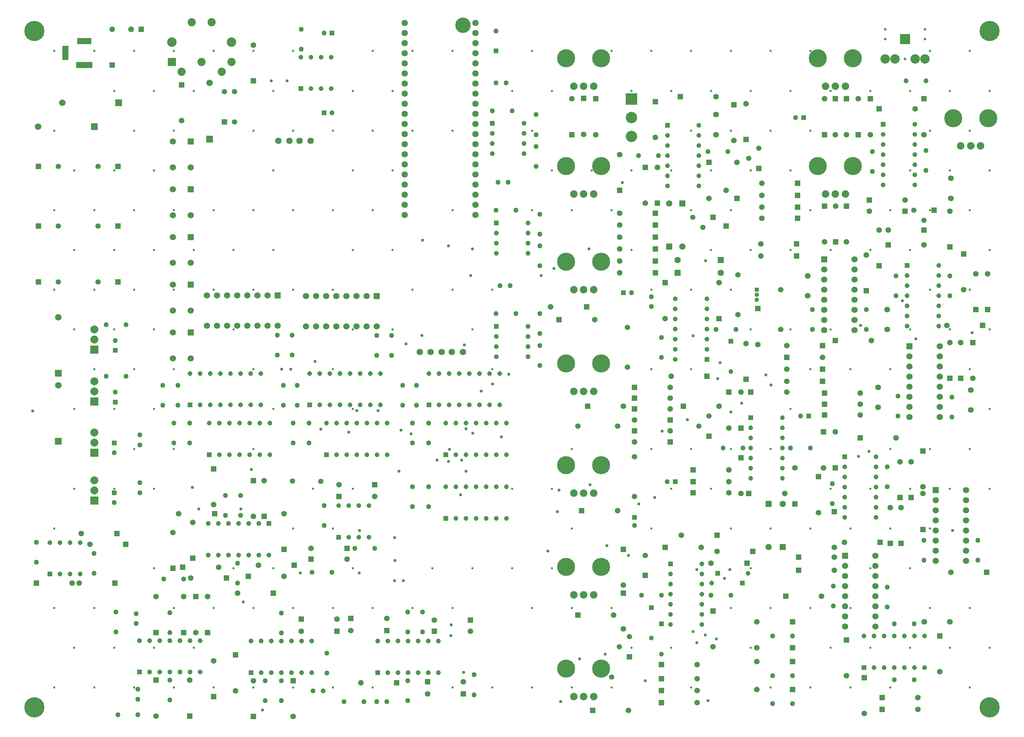
<source format=gbr>
%TF.GenerationSoftware,Altium Limited,Altium Designer,24.5.1 (21)*%
G04 Layer_Color=16711935*
%FSLAX45Y45*%
%MOMM*%
%TF.SameCoordinates,8E29BE87-1CC9-43BB-A625-A17C5A0C5C18*%
%TF.FilePolarity,Negative*%
%TF.FileFunction,Soldermask,Bot*%
%TF.Part,Single*%
G01*
G75*
%TA.AperFunction,ComponentPad*%
%ADD19C,1.35000*%
%ADD22C,1.20000*%
%ADD28R,1.20000X1.20000*%
%ADD29R,1.35000X1.35000*%
%ADD32R,1.60000X1.60000*%
%ADD33C,1.60000*%
%ADD35R,1.20000X1.20000*%
%ADD38R,2.85420X2.85420*%
%ADD39C,2.85420*%
%ADD51C,2.05000*%
%ADD52C,2.39000*%
%ADD53R,2.05000X2.05000*%
%ADD58R,1.60000X1.60000*%
%ADD78C,5.07600*%
%ADD79C,1.57600*%
%ADD80R,1.57600X1.57600*%
%ADD81R,1.65100X1.65100*%
%ADD82C,1.65100*%
%ADD83C,1.42600*%
%ADD84R,1.42600X1.42600*%
%ADD85C,1.62560*%
%ADD86C,1.27600*%
%ADD87C,1.20600*%
%ADD88R,1.20600X1.20600*%
%ADD89C,4.53600*%
%ADD90C,1.87600*%
%ADD91R,1.20600X1.20600*%
%ADD92R,1.42600X1.42600*%
%ADD93R,1.27600X1.27600*%
%ADD94C,1.32600*%
%ADD95R,1.32600X1.32600*%
%ADD96C,1.37600*%
%ADD97C,1.12600*%
%ADD98R,1.12600X1.12600*%
%ADD99C,1.23500*%
%ADD100R,1.23500X1.23500*%
%ADD101C,1.60000*%
%ADD102C,3.87600*%
%ADD103R,1.27600X1.27600*%
%ADD104R,2.01100X2.01100*%
%ADD105C,2.01100*%
%ADD106C,1.35100*%
%ADD107R,1.35100X1.35100*%
%ADD108R,1.57600X3.57600*%
%ADD109R,3.57600X1.57600*%
%ADD110R,4.07600X1.57600*%
%ADD111R,1.65100X1.65100*%
%ADD112R,1.47600X1.47600*%
%ADD113C,1.47600*%
%ADD114R,1.23600X1.23600*%
%ADD115C,1.23600*%
%ADD116C,1.45700*%
%ADD117R,1.32600X1.32600*%
%ADD118R,1.37600X1.37600*%
%ADD119R,1.57600X1.57600*%
%ADD120R,2.62600X2.62600*%
%ADD121C,2.37600*%
%ADD122C,0.67600*%
%TA.AperFunction,ViaPad*%
%ADD123C,0.57600*%
%ADD124C,0.77600*%
%ADD125C,1.34600*%
D19*
X5272999Y15981000D02*
D03*
X5526999D02*
D03*
Y15218999D02*
D03*
D22*
X17518700Y3625002D02*
D03*
X18000000Y8943701D02*
D03*
X18431302Y3875004D02*
D03*
X15999998Y2243699D02*
D03*
X16250002Y1843700D02*
D03*
D28*
X18281299Y3625002D02*
D03*
X17668703Y3875004D02*
D03*
D29*
X5272999Y15218999D02*
D03*
D32*
X19300002Y4531203D02*
D03*
X18950000Y5618800D02*
D03*
X16774998Y13168803D02*
D03*
X16450000Y12081200D02*
D03*
D33*
X19300002Y5618800D02*
D03*
X18950000Y4531203D02*
D03*
X16656203Y11749999D02*
D03*
X17743800Y11425001D02*
D03*
X16774998Y12081200D02*
D03*
X16450000Y13168803D02*
D03*
D35*
X18000000Y9706300D02*
D03*
X15999998Y3006298D02*
D03*
X16250002Y2606299D02*
D03*
D38*
X15499998Y15794899D02*
D03*
D39*
Y15324998D02*
D03*
Y14855099D02*
D03*
D51*
X4449999Y17725999D02*
D03*
X4949998D02*
D03*
X4700001Y16725002D02*
D03*
X5450500D02*
D03*
X4199499Y16475999D02*
D03*
X5200498D02*
D03*
D52*
X3949502Y17226001D02*
D03*
X5450500D02*
D03*
D53*
X3949502Y16725002D02*
D03*
D58*
X17743800Y11749999D02*
D03*
X16656203Y11425001D02*
D03*
D78*
X24500002Y499999D02*
D03*
Y17500002D02*
D03*
X499999Y499999D02*
D03*
Y17500002D02*
D03*
D79*
X7316998Y10075001D02*
D03*
X7570998D02*
D03*
X7824998D02*
D03*
X8078998D02*
D03*
X8332998D02*
D03*
X8586998D02*
D03*
X8840998D02*
D03*
X9094998D02*
D03*
X7316998Y10837001D02*
D03*
X7570998D02*
D03*
X7824998D02*
D03*
X8078998D02*
D03*
X8332998D02*
D03*
X8586998D02*
D03*
X8840998D02*
D03*
X4836003Y10094001D02*
D03*
X5090003D02*
D03*
X5344003D02*
D03*
X5598003D02*
D03*
X5852003D02*
D03*
X6106003D02*
D03*
X6360003D02*
D03*
X6614003D02*
D03*
X4836003Y10856001D02*
D03*
X5090003D02*
D03*
X5344003D02*
D03*
X5598003D02*
D03*
X5852003D02*
D03*
X6106003D02*
D03*
X6360003D02*
D03*
X3974998Y11125002D02*
D03*
Y10475001D02*
D03*
X4425000D02*
D03*
X3974998Y9924999D02*
D03*
Y9275003D02*
D03*
X4425000D02*
D03*
X3974998Y12324999D02*
D03*
Y11674998D02*
D03*
X4425000D02*
D03*
X3974998Y14725000D02*
D03*
Y14074998D02*
D03*
X4425000D02*
D03*
X3974998Y13525002D02*
D03*
Y12875002D02*
D03*
X4425000D02*
D03*
X20343999Y11510000D02*
D03*
Y11256000D02*
D03*
Y11002000D02*
D03*
Y10748000D02*
D03*
Y10494000D02*
D03*
Y10240000D02*
D03*
Y9986000D02*
D03*
X21105998Y11764000D02*
D03*
Y11510000D02*
D03*
Y11256000D02*
D03*
Y11002000D02*
D03*
Y10748000D02*
D03*
Y10494000D02*
D03*
Y10240000D02*
D03*
Y9986000D02*
D03*
X22488002Y9328998D02*
D03*
Y9074998D02*
D03*
Y8820998D02*
D03*
Y8566998D02*
D03*
Y8312998D02*
D03*
Y8058998D02*
D03*
Y7804998D02*
D03*
X23250002Y9582998D02*
D03*
Y9328998D02*
D03*
Y9074998D02*
D03*
Y8820998D02*
D03*
Y8566998D02*
D03*
Y8312998D02*
D03*
Y8058998D02*
D03*
Y7804998D02*
D03*
X20869000Y4060002D02*
D03*
Y3806002D02*
D03*
Y3552002D02*
D03*
Y3298002D02*
D03*
Y3044002D02*
D03*
Y2790002D02*
D03*
Y2536002D02*
D03*
X21631001Y4314002D02*
D03*
Y4060002D02*
D03*
Y3806002D02*
D03*
Y3552002D02*
D03*
Y3298002D02*
D03*
Y3044002D02*
D03*
Y2790002D02*
D03*
Y2536002D02*
D03*
X23144002Y5710001D02*
D03*
Y5456001D02*
D03*
Y5202001D02*
D03*
Y4948001D02*
D03*
Y4694001D02*
D03*
Y4440001D02*
D03*
Y4186001D02*
D03*
X23906001Y5964001D02*
D03*
Y5710001D02*
D03*
Y5456001D02*
D03*
Y5202001D02*
D03*
Y4948001D02*
D03*
Y4694001D02*
D03*
Y4440001D02*
D03*
Y4186001D02*
D03*
D80*
X9094998Y10837001D02*
D03*
X6614003Y10856001D02*
D03*
X4425000Y11125002D02*
D03*
Y9924999D02*
D03*
Y12324999D02*
D03*
Y14725000D02*
D03*
Y13525002D02*
D03*
D81*
X1099998Y8899997D02*
D03*
Y7189998D02*
D03*
X4900000Y14789998D02*
D03*
D82*
X1099998Y10309997D02*
D03*
Y8599998D02*
D03*
X1199998Y15699998D02*
D03*
X590001Y15100000D02*
D03*
X4900000Y16199998D02*
D03*
D83*
X18750002Y12149999D02*
D03*
Y11849999D02*
D03*
X17549998Y2025000D02*
D03*
X17500002Y4125001D02*
D03*
X18250002Y8425002D02*
D03*
X17950002Y7524999D02*
D03*
X19400002Y8699998D02*
D03*
Y9000002D02*
D03*
X20300000Y9300002D02*
D03*
X19400002Y9600001D02*
D03*
X19609999Y6520002D02*
D03*
X18250002Y5875000D02*
D03*
X19349998D02*
D03*
X17700000Y8075000D02*
D03*
X18674998Y9625000D02*
D03*
X18375000Y9650004D02*
D03*
X18150002Y14200002D02*
D03*
X4425000Y3750000D02*
D03*
X6774998Y3800003D02*
D03*
X5999998Y5300000D02*
D03*
X6274999Y6199998D02*
D03*
X5000000Y5599999D02*
D03*
X4125001Y5375001D02*
D03*
X9050000Y5799999D02*
D03*
X8150001Y6100003D02*
D03*
X7449998Y4500001D02*
D03*
X6774998Y5375001D02*
D03*
X5124999Y4025001D02*
D03*
X6125002Y4074998D02*
D03*
X8350001Y4225000D02*
D03*
X3974998Y4900000D02*
D03*
X5599999Y3375000D02*
D03*
X4475002Y5150002D02*
D03*
X7200001Y2420000D02*
D03*
X5550002Y919998D02*
D03*
X11450000Y2420000D02*
D03*
X10550002Y2695001D02*
D03*
X9349999Y2740000D02*
D03*
X8450001Y2429998D02*
D03*
X8099999Y2720000D02*
D03*
X4849998Y3285002D02*
D03*
X3550001D02*
D03*
X4549999Y2384999D02*
D03*
X4249999Y3285002D02*
D03*
X5000000Y1669999D02*
D03*
X8700003Y1119998D02*
D03*
X10375001Y845002D02*
D03*
X11274999Y1145002D02*
D03*
X3550001Y284998D02*
D03*
X4400001Y1185001D02*
D03*
X5999998Y1170000D02*
D03*
X7000001Y270002D02*
D03*
X14000002Y15799998D02*
D03*
X2449998Y17549998D02*
D03*
X4200002Y15250003D02*
D03*
X5999998Y17149998D02*
D03*
X15200000Y14400002D02*
D03*
X16474998Y8550001D02*
D03*
Y8275000D02*
D03*
Y7999999D02*
D03*
X14600002Y14900002D02*
D03*
X15575002Y7724999D02*
D03*
X14300002Y14908540D02*
D03*
X17624998Y15850002D02*
D03*
X16474998Y7450003D02*
D03*
X15575002Y7175002D02*
D03*
X16499997Y8825001D02*
D03*
X16099998Y14825000D02*
D03*
X15200000Y12924998D02*
D03*
X18075002Y14749998D02*
D03*
X18375000Y15675000D02*
D03*
X15200000Y12624999D02*
D03*
Y12324999D02*
D03*
X15850002Y13175000D02*
D03*
X16350000Y10275001D02*
D03*
X16150002Y14074998D02*
D03*
X15200000Y12025000D02*
D03*
X17449998Y13299998D02*
D03*
X17700000Y11174999D02*
D03*
X15200000Y11725001D02*
D03*
X17875002Y13499998D02*
D03*
X15200000Y11425001D02*
D03*
X19400002Y8425002D02*
D03*
X13470001Y10570002D02*
D03*
X1445001Y3625002D02*
D03*
X1620002D02*
D03*
X17950002Y6474998D02*
D03*
X1669999Y4875002D02*
D03*
X1894997Y4600001D02*
D03*
X14580000Y10250002D02*
D03*
X17950002Y6174999D02*
D03*
Y5899998D02*
D03*
X15300000Y2475001D02*
D03*
X17649998Y4425000D02*
D03*
X16750000Y4824999D02*
D03*
X15300000Y3574999D02*
D03*
X17249998Y4525000D02*
D03*
X15300000Y8075000D02*
D03*
X17149998Y1225001D02*
D03*
X15150003Y5450002D02*
D03*
X17149998Y1574998D02*
D03*
Y925002D02*
D03*
Y625003D02*
D03*
X15049998Y2824998D02*
D03*
X15424998Y425003D02*
D03*
X21399998Y11874998D02*
D03*
X21725002Y12500000D02*
D03*
X21525002Y9725000D02*
D03*
X23850002Y10999998D02*
D03*
X20630002Y13099998D02*
D03*
X24150000Y11400003D02*
D03*
X24449998D02*
D03*
X23424998Y10100000D02*
D03*
X24074998Y8774999D02*
D03*
X20350002Y12200001D02*
D03*
Y15799998D02*
D03*
X20899998Y12200001D02*
D03*
X21250002Y7850002D02*
D03*
X23499998Y9675002D02*
D03*
X21250002Y8399998D02*
D03*
X20324998Y6525001D02*
D03*
X23774998Y9675002D02*
D03*
X20899998Y14900002D02*
D03*
X22149998Y7275002D02*
D03*
X20624998Y14900002D02*
D03*
X21250002Y8124998D02*
D03*
X20624998Y7424999D02*
D03*
X22624998Y15550002D02*
D03*
X20200000Y5399999D02*
D03*
X21499998Y14900002D02*
D03*
X18774998Y13674998D02*
D03*
X22850003Y14900002D02*
D03*
X22249998Y6674998D02*
D03*
X22000002Y5524998D02*
D03*
X18774998Y13375000D02*
D03*
X20599998Y4525000D02*
D03*
X22524998Y6674998D02*
D03*
X22274997Y5524998D02*
D03*
X20599998Y4274998D02*
D03*
X18774998Y13075002D02*
D03*
X20850002Y4649998D02*
D03*
X20599998Y3950000D02*
D03*
X18774998Y12800000D02*
D03*
X22850003Y12125000D02*
D03*
X20275002Y3299998D02*
D03*
X22375002Y13250002D02*
D03*
X21199998Y15799998D02*
D03*
X21474998Y12975002D02*
D03*
X21949998Y12500000D02*
D03*
X23499998Y12975002D02*
D03*
X22824998Y6050001D02*
D03*
Y5875000D02*
D03*
X20899998Y1299997D02*
D03*
X18650002Y2650002D02*
D03*
X23525002Y3900002D02*
D03*
X18650002Y2000001D02*
D03*
Y1649999D02*
D03*
X21350000Y350002D02*
D03*
X18650002Y950001D02*
D03*
X22700000Y450002D02*
D03*
Y750001D02*
D03*
X23250002Y1399997D02*
D03*
D84*
X19649998Y12149999D02*
D03*
Y11849999D02*
D03*
X18399998Y4125001D02*
D03*
X20300000Y8699998D02*
D03*
Y9000002D02*
D03*
X19400002Y9300002D02*
D03*
X20300000Y9600001D02*
D03*
X18450002Y5875000D02*
D03*
X16800002Y8075000D02*
D03*
X5324998Y3750000D02*
D03*
X5875000Y3800003D02*
D03*
X5024999Y5375001D02*
D03*
X8150001Y5799999D02*
D03*
X9050000Y6100003D02*
D03*
X8350001Y4500001D02*
D03*
X4225000Y4025001D02*
D03*
X7025000Y4074998D02*
D03*
X7449998Y4225000D02*
D03*
X6500002Y3375000D02*
D03*
X8099999Y2420000D02*
D03*
X10550002D02*
D03*
X11450000Y2695001D02*
D03*
X8450001Y2740000D02*
D03*
X9349999Y2429998D02*
D03*
X7200001Y2720000D02*
D03*
X9600001Y1119998D02*
D03*
X11274999Y845002D02*
D03*
X10375001Y1145002D02*
D03*
X15575002Y8550001D02*
D03*
Y8275000D02*
D03*
Y7999999D02*
D03*
X16474998Y7724999D02*
D03*
X16725002Y15850002D02*
D03*
X15575002Y7450003D02*
D03*
X16474998Y7175002D02*
D03*
X17400002Y8825001D02*
D03*
X16100003Y12924998D02*
D03*
Y12624999D02*
D03*
Y12324999D02*
D03*
Y12025000D02*
D03*
Y11725001D02*
D03*
Y11425001D02*
D03*
X18499998Y8425002D02*
D03*
X14370000Y10570002D02*
D03*
X544998Y3625002D02*
D03*
X2520000D02*
D03*
X17049998Y6474998D02*
D03*
X2569997Y4875002D02*
D03*
X2795001Y4600001D02*
D03*
X13679997Y10250002D02*
D03*
X17049998Y6174999D02*
D03*
Y5899998D02*
D03*
X18550002Y4425000D02*
D03*
X17650003Y4824999D02*
D03*
X16350000Y4525000D02*
D03*
X14400002Y8075000D02*
D03*
X16250002Y1225001D02*
D03*
X14249998Y5450002D02*
D03*
X16250002Y1574998D02*
D03*
Y925002D02*
D03*
Y625003D02*
D03*
X14150000Y2824998D02*
D03*
X14525000Y425003D02*
D03*
X20624998Y9725000D02*
D03*
X24325002Y10100000D02*
D03*
X20349997Y7850002D02*
D03*
Y8399998D02*
D03*
X21250002Y7275002D02*
D03*
X20349997Y8124998D02*
D03*
X21725002Y15550002D02*
D03*
X19675003Y13674998D02*
D03*
Y13375000D02*
D03*
X19700002Y4274998D02*
D03*
X19675003Y13075002D02*
D03*
X21750000Y4649998D02*
D03*
X19700002Y3950000D02*
D03*
X19675003Y12800000D02*
D03*
X21949998Y12125000D02*
D03*
X19374998Y3299998D02*
D03*
X21474998Y13250002D02*
D03*
X22375002Y12975002D02*
D03*
X22850003Y12500000D02*
D03*
X19549998Y2650002D02*
D03*
X24425002Y3900002D02*
D03*
X19549998Y2000001D02*
D03*
Y1649999D02*
D03*
Y950001D02*
D03*
X21800002Y450002D02*
D03*
Y750001D02*
D03*
D85*
X11265002Y9434998D02*
D03*
X10985602Y9434982D02*
D03*
X10731602D02*
D03*
X10452202D02*
D03*
X10185502D02*
D03*
X6626850Y14743288D02*
D03*
X6906250Y14743303D02*
D03*
X7160250D02*
D03*
X7439650D02*
D03*
D86*
X22100002Y1199998D02*
D03*
X22600002D02*
D03*
X2300000Y10124999D02*
D03*
X2799999D02*
D03*
X22900000Y14000002D02*
D03*
Y14500002D02*
D03*
X21550000Y14474998D02*
D03*
Y13974998D02*
D03*
X18000000Y3325002D02*
D03*
X17500002D02*
D03*
X16250002D02*
D03*
X15750002D02*
D03*
X16399998Y6174999D02*
D03*
X20000002Y7025000D02*
D03*
X19500002D02*
D03*
X18299998D02*
D03*
X17800000D02*
D03*
X15999998Y10575000D02*
D03*
Y10825002D02*
D03*
X16250002Y9300002D02*
D03*
Y9800001D02*
D03*
X17624998Y10000000D02*
D03*
X18124998D02*
D03*
X7975001Y3900002D02*
D03*
X7475002D02*
D03*
X5599999Y3625002D02*
D03*
Y4125001D02*
D03*
X5300000Y5324998D02*
D03*
Y5825002D02*
D03*
X5675000Y5324998D02*
D03*
Y5825002D02*
D03*
X7775001Y5075001D02*
D03*
Y5575000D02*
D03*
X9050000Y4500001D02*
D03*
X8550001D02*
D03*
X4249999Y3725001D02*
D03*
X3750000D02*
D03*
X2550003Y2400000D02*
D03*
Y2899999D02*
D03*
X7850002Y1869999D02*
D03*
Y1370000D02*
D03*
X6700002Y2369998D02*
D03*
Y2870002D02*
D03*
X9875002Y2395002D02*
D03*
Y2895001D02*
D03*
X10250002D02*
D03*
Y2395002D02*
D03*
X3900002Y2384999D02*
D03*
Y2884998D02*
D03*
X3050002Y2859999D02*
D03*
Y2610002D02*
D03*
X9875002Y1170000D02*
D03*
Y670001D02*
D03*
X11550000Y1320002D02*
D03*
Y819998D02*
D03*
X9100002Y645003D02*
D03*
X9349999D02*
D03*
X8275000D02*
D03*
X8774999D02*
D03*
X3099999Y710001D02*
D03*
Y959998D02*
D03*
X2600000Y319999D02*
D03*
X3099999D02*
D03*
X3900002Y1185001D02*
D03*
Y685002D02*
D03*
X6299998Y670001D02*
D03*
Y1170000D02*
D03*
X6700002D02*
D03*
Y670001D02*
D03*
X7750002Y919998D02*
D03*
X7500000D02*
D03*
X10000000Y6050001D02*
D03*
Y5550002D02*
D03*
X10400000D02*
D03*
Y6050001D02*
D03*
X12100001Y17500002D02*
D03*
X10100000Y8099999D02*
D03*
Y8599998D02*
D03*
X9749998Y8099999D02*
D03*
Y8599998D02*
D03*
X3725001Y8099999D02*
D03*
Y8599998D02*
D03*
X4100002D02*
D03*
Y8099999D02*
D03*
X2500000Y6900001D02*
D03*
X2799999Y8825001D02*
D03*
X2300000D02*
D03*
X2524999Y8425002D02*
D03*
Y9725000D02*
D03*
X3150001Y7100001D02*
D03*
Y7349998D02*
D03*
Y5899998D02*
D03*
Y6150000D02*
D03*
X2500000Y5650001D02*
D03*
X7975001Y15450002D02*
D03*
X7775001Y17449998D02*
D03*
X7200001Y17049998D02*
D03*
Y17549998D02*
D03*
X4000002Y7149998D02*
D03*
Y7649997D02*
D03*
X9100002Y9349999D02*
D03*
Y9849998D02*
D03*
X9475003D02*
D03*
Y9349999D02*
D03*
X6749999Y8099999D02*
D03*
Y8599998D02*
D03*
X12349998Y16199998D02*
D03*
X12100001D02*
D03*
Y10400000D02*
D03*
X12600000D02*
D03*
X12100001Y12999998D02*
D03*
X12600000D02*
D03*
X12400001Y13699998D02*
D03*
X12149999D02*
D03*
X13099998Y15400000D02*
D03*
Y14900002D02*
D03*
Y14600002D02*
D03*
Y14100002D02*
D03*
X13199998Y12900000D02*
D03*
Y12400001D02*
D03*
Y12100001D02*
D03*
Y11600002D02*
D03*
Y10400000D02*
D03*
Y9900001D02*
D03*
Y9600001D02*
D03*
Y9100002D02*
D03*
X12000001Y15499998D02*
D03*
X12500000D02*
D03*
X7100001Y8099999D02*
D03*
Y8599998D02*
D03*
X12449998Y11099998D02*
D03*
X12200001D02*
D03*
X6975003Y9862500D02*
D03*
Y9362501D02*
D03*
X6598427D02*
D03*
Y9862500D02*
D03*
X15575002Y5075001D02*
D03*
X17424998Y14475003D02*
D03*
X17924998D02*
D03*
X15675000Y14375003D02*
D03*
X16174998D02*
D03*
X15499998Y10925002D02*
D03*
X544998Y4149999D02*
D03*
Y4649998D02*
D03*
X1994997Y4375003D02*
D03*
Y3874999D02*
D03*
X21399998Y10000000D02*
D03*
Y10499999D02*
D03*
X23550002Y7800000D02*
D03*
Y8299999D02*
D03*
X23499998Y10850001D02*
D03*
Y11350000D02*
D03*
X22149998D02*
D03*
Y10850001D02*
D03*
X20049998Y10000000D02*
D03*
Y10499999D02*
D03*
X22200002Y7824998D02*
D03*
Y8325002D02*
D03*
X19749998Y7824998D02*
D03*
X21925002Y6050001D02*
D03*
Y6550000D02*
D03*
X20550002Y5624998D02*
D03*
Y6125002D02*
D03*
X21925002Y3525002D02*
D03*
Y3024998D02*
D03*
X19625000Y15324998D02*
D03*
X20575002Y3550001D02*
D03*
Y3050002D02*
D03*
X24200002Y4200002D02*
D03*
Y4700001D02*
D03*
X22850003Y4200002D02*
D03*
Y4700001D02*
D03*
X19050000Y2300000D02*
D03*
X19549998D02*
D03*
X22100002Y2600000D02*
D03*
X22600002D02*
D03*
X19050000Y1300002D02*
D03*
X19549998D02*
D03*
X19050000Y599999D02*
D03*
X19549998D02*
D03*
X22400002Y16250002D02*
D03*
X22900000D02*
D03*
X4400001Y7649997D02*
D03*
Y7149998D02*
D03*
X7000001Y7649997D02*
D03*
Y7149998D02*
D03*
X7400000Y7649997D02*
D03*
Y7149998D02*
D03*
X10000000D02*
D03*
Y7649997D02*
D03*
X10400000D02*
D03*
Y7149998D02*
D03*
D87*
X4888001Y7647000D02*
D03*
X5142001D02*
D03*
X5396001D02*
D03*
X5650001D02*
D03*
X5904001D02*
D03*
X6158001D02*
D03*
X6412001D02*
D03*
Y6853001D02*
D03*
X6158001D02*
D03*
X5904001D02*
D03*
X5650001D02*
D03*
X5396001D02*
D03*
X5142001D02*
D03*
X22622002Y15162003D02*
D03*
Y14908002D02*
D03*
Y14654002D02*
D03*
Y14400002D02*
D03*
Y14146002D02*
D03*
Y13892001D02*
D03*
Y13638002D02*
D03*
X21828003D02*
D03*
Y13892001D02*
D03*
Y14146002D02*
D03*
Y14400002D02*
D03*
Y14654002D02*
D03*
Y14908002D02*
D03*
X17272000Y4112001D02*
D03*
Y3858001D02*
D03*
Y3604001D02*
D03*
Y3350001D02*
D03*
Y3096001D02*
D03*
Y2842001D02*
D03*
Y2588001D02*
D03*
X16478001D02*
D03*
Y2842001D02*
D03*
Y3096001D02*
D03*
Y3350001D02*
D03*
Y3604001D02*
D03*
Y3858001D02*
D03*
X19293997Y7787000D02*
D03*
Y7533000D02*
D03*
Y7279000D02*
D03*
Y7025000D02*
D03*
Y6771000D02*
D03*
Y6517000D02*
D03*
Y6263000D02*
D03*
X18499998D02*
D03*
Y6517000D02*
D03*
Y6771000D02*
D03*
Y7025000D02*
D03*
Y7279000D02*
D03*
Y7533000D02*
D03*
X16603000Y9246001D02*
D03*
Y9500001D02*
D03*
Y9754001D02*
D03*
Y10008001D02*
D03*
Y10262001D02*
D03*
Y10516001D02*
D03*
Y10770001D02*
D03*
X17396999D02*
D03*
Y10516001D02*
D03*
Y10262001D02*
D03*
Y10008001D02*
D03*
Y9754001D02*
D03*
Y9500001D02*
D03*
X8144002Y5572003D02*
D03*
X8398002D02*
D03*
X8652002D02*
D03*
X8906002D02*
D03*
Y4777999D02*
D03*
X8652002D02*
D03*
X8398002D02*
D03*
X10838002Y6046998D02*
D03*
X11092002D02*
D03*
X11346002D02*
D03*
X11600002D02*
D03*
X11854002D02*
D03*
X12108002D02*
D03*
X12362002D02*
D03*
Y5252999D02*
D03*
X12108002D02*
D03*
X11854002D02*
D03*
X11600002D02*
D03*
X11346002D02*
D03*
X11092002D02*
D03*
X10664998Y8103001D02*
D03*
X10918998D02*
D03*
X11172998D02*
D03*
X11426998D02*
D03*
X11680998D02*
D03*
X11934998D02*
D03*
X12188998D02*
D03*
Y8897000D02*
D03*
X11934998D02*
D03*
X11680998D02*
D03*
X11426998D02*
D03*
X11172998D02*
D03*
X10918998D02*
D03*
X10664998D02*
D03*
X10410998D02*
D03*
X4665000Y8103001D02*
D03*
X4919000D02*
D03*
X5173000D02*
D03*
X5427000D02*
D03*
X5681000D02*
D03*
X5935000D02*
D03*
X6189000D02*
D03*
Y8897000D02*
D03*
X5935000D02*
D03*
X5681000D02*
D03*
X5427000D02*
D03*
X5173000D02*
D03*
X4919000D02*
D03*
X4665000D02*
D03*
X4411000D02*
D03*
X7448001Y16052998D02*
D03*
X7702001D02*
D03*
X7956001D02*
D03*
Y16847002D02*
D03*
X7702001D02*
D03*
X7448001D02*
D03*
X7194001D02*
D03*
X7664999Y8103001D02*
D03*
X7918999D02*
D03*
X8172999D02*
D03*
X8426999D02*
D03*
X8680999D02*
D03*
X8934999D02*
D03*
X9188999D02*
D03*
Y8897000D02*
D03*
X8934999D02*
D03*
X8680999D02*
D03*
X8426999D02*
D03*
X8172999D02*
D03*
X7918999D02*
D03*
X7664999D02*
D03*
X7410999D02*
D03*
X16403000Y14883003D02*
D03*
Y14629002D02*
D03*
Y14375003D02*
D03*
Y14121004D02*
D03*
Y13867003D02*
D03*
Y13613004D02*
D03*
X17196999D02*
D03*
Y13867003D02*
D03*
Y14121004D02*
D03*
Y14375003D02*
D03*
Y14629002D02*
D03*
Y14883003D02*
D03*
Y15137003D02*
D03*
X1143000Y3853002D02*
D03*
X1397000D02*
D03*
X1651000D02*
D03*
Y4647001D02*
D03*
X1397000D02*
D03*
X1143000D02*
D03*
X889000D02*
D03*
X22428001Y11358001D02*
D03*
Y11104001D02*
D03*
Y10850001D02*
D03*
Y10596001D02*
D03*
Y10342001D02*
D03*
Y10088001D02*
D03*
X23222002D02*
D03*
Y10342001D02*
D03*
Y10596001D02*
D03*
Y10850001D02*
D03*
Y11104001D02*
D03*
Y11358001D02*
D03*
Y11612001D02*
D03*
X20856001Y6545001D02*
D03*
Y6291001D02*
D03*
Y6037001D02*
D03*
Y5783001D02*
D03*
Y5529001D02*
D03*
Y5275001D02*
D03*
X21650000D02*
D03*
Y5529001D02*
D03*
Y5783001D02*
D03*
Y6037001D02*
D03*
Y6291001D02*
D03*
Y6545001D02*
D03*
Y6799001D02*
D03*
X21592001Y1502999D02*
D03*
X21846002D02*
D03*
X22100002D02*
D03*
X22354002D02*
D03*
X22608002D02*
D03*
X22862003D02*
D03*
Y2296998D02*
D03*
X22608002D02*
D03*
X22354002D02*
D03*
X22100002D02*
D03*
X21846002D02*
D03*
X21592001D02*
D03*
X21338002D02*
D03*
X8091998Y6853001D02*
D03*
X8345998D02*
D03*
X8599998D02*
D03*
X8853998D02*
D03*
X9107998D02*
D03*
X9361998D02*
D03*
Y7647000D02*
D03*
X9107998D02*
D03*
X8853998D02*
D03*
X8599998D02*
D03*
X8345998D02*
D03*
X8091998D02*
D03*
X7837998D02*
D03*
X11092002Y6853001D02*
D03*
X11346002D02*
D03*
X11600002D02*
D03*
X11854002D02*
D03*
X12108002D02*
D03*
X12362002D02*
D03*
Y7647000D02*
D03*
X12108002D02*
D03*
X11854002D02*
D03*
X11600002D02*
D03*
X11346002D02*
D03*
X11092002D02*
D03*
X10838002D02*
D03*
D88*
X4888001Y6853001D02*
D03*
X8144002Y4777999D02*
D03*
X10838002Y5252999D02*
D03*
X10410998Y8103001D02*
D03*
X4411000D02*
D03*
X7194001Y16052998D02*
D03*
X7410999Y8103001D02*
D03*
X889000Y3853002D02*
D03*
X21338002Y1502999D02*
D03*
X7837998Y6853001D02*
D03*
X10838002D02*
D03*
D89*
X21065002Y16814998D02*
D03*
X20184999D02*
D03*
X13859998Y14108333D02*
D03*
X14740001D02*
D03*
X13859998Y16814998D02*
D03*
X14740001D02*
D03*
X13859998Y11701668D02*
D03*
X14740001D02*
D03*
X13859998Y9145001D02*
D03*
X14740001D02*
D03*
X13859998Y6588333D02*
D03*
X14740001D02*
D03*
X13859998Y4031666D02*
D03*
X14740001D02*
D03*
X13859998Y1474998D02*
D03*
X14740001D02*
D03*
X20184999Y14108333D02*
D03*
X21065002D02*
D03*
X23585002Y15315001D02*
D03*
X24465001D02*
D03*
D90*
X20875000Y16114999D02*
D03*
X20624998D02*
D03*
X20375002D02*
D03*
X14050000Y13408334D02*
D03*
X14300002D02*
D03*
X14549998D02*
D03*
X14050000Y16114999D02*
D03*
X14300002D02*
D03*
X14549998D02*
D03*
X14050000Y11001665D02*
D03*
X14300002D02*
D03*
X14549998D02*
D03*
X14050000Y8445002D02*
D03*
X14300002D02*
D03*
X14549998D02*
D03*
X14050000Y5888335D02*
D03*
X14300002D02*
D03*
X14549998D02*
D03*
X14050000Y3331667D02*
D03*
X14300002D02*
D03*
X14549998D02*
D03*
X14050000Y775000D02*
D03*
X14300002D02*
D03*
X14549998D02*
D03*
X20375002Y13408334D02*
D03*
X20624998D02*
D03*
X20875000D02*
D03*
X23774998Y14614996D02*
D03*
X24025002D02*
D03*
X24274998D02*
D03*
D91*
X21828003Y15162003D02*
D03*
X16478001Y4112001D02*
D03*
X18499998Y7787000D02*
D03*
X17396999Y9246001D02*
D03*
X16403000Y15137003D02*
D03*
X22428001Y11612001D02*
D03*
X20856001Y6799001D02*
D03*
D92*
X17549998Y2925003D02*
D03*
X18250002Y7524999D02*
D03*
X17950002Y8425002D02*
D03*
X19609999Y5619999D02*
D03*
X18250002Y6775003D02*
D03*
X18674998Y10525003D02*
D03*
X18375000Y8750000D02*
D03*
X18150002Y13299998D02*
D03*
X5999998Y6199998D02*
D03*
X6274999Y5300000D02*
D03*
X5000000Y6500002D02*
D03*
X6774998Y4475002D02*
D03*
X3974998Y4000002D02*
D03*
X4475002Y4249999D02*
D03*
X5550002Y1820001D02*
D03*
X4849998Y2384999D02*
D03*
X3550001D02*
D03*
X4549999Y3285002D02*
D03*
X4249999Y2384999D02*
D03*
X5000000Y770001D02*
D03*
X3550001Y1185001D02*
D03*
X4400001Y284998D02*
D03*
X5999998Y270002D02*
D03*
X7000001Y1170000D02*
D03*
X14000002Y14900002D02*
D03*
X2449998Y16650000D02*
D03*
X4200002Y16150002D02*
D03*
X5999998Y16250002D02*
D03*
X15200000Y13499998D02*
D03*
X14600002Y15799998D02*
D03*
X14300002Y15808543D02*
D03*
X16099998Y15725003D02*
D03*
X18075002Y15650002D02*
D03*
X18375000Y14775002D02*
D03*
X15850002Y14074998D02*
D03*
X16350000Y11174999D02*
D03*
X16150002Y13175000D02*
D03*
X17449998Y14200002D02*
D03*
X17700000Y10275001D02*
D03*
X17875002Y12600000D02*
D03*
X15300000Y3375000D02*
D03*
Y4475002D02*
D03*
X21399998Y10975000D02*
D03*
X21725002Y11600002D02*
D03*
X23850002Y11900002D02*
D03*
X20630002Y12200001D02*
D03*
X24150000Y10499999D02*
D03*
X24449998D02*
D03*
X24074998Y9675002D02*
D03*
X20350002Y13099998D02*
D03*
Y14900002D02*
D03*
X20899998Y13099998D02*
D03*
X23499998Y8774999D02*
D03*
X20324998Y7424999D02*
D03*
X23774998Y8774999D02*
D03*
X20899998Y15799998D02*
D03*
X20624998D02*
D03*
Y6525001D02*
D03*
X20200000Y6300003D02*
D03*
X21499998Y15799998D02*
D03*
X22850003D02*
D03*
X22249998Y5775000D02*
D03*
X22000002Y4625000D02*
D03*
X20599998Y5424998D02*
D03*
X22524998Y5775000D02*
D03*
X22274997Y4625000D02*
D03*
X21199998Y14900002D02*
D03*
X23499998Y12075003D02*
D03*
X22824998Y6949999D02*
D03*
Y4975001D02*
D03*
X20899998Y2200001D02*
D03*
X21350000Y1250000D02*
D03*
X23250002Y2300000D02*
D03*
D93*
X16600002Y6174999D02*
D03*
X7775001Y15450002D02*
D03*
X7975001Y17449998D02*
D03*
X15300000Y10925002D02*
D03*
X19949998Y7824998D02*
D03*
X19825000Y15324998D02*
D03*
D94*
X17446498Y7829001D02*
D03*
X17192497Y7575001D02*
D03*
X18696498Y14554002D02*
D03*
X18442497Y14300002D02*
D03*
X17295998Y12570998D02*
D03*
X17041998Y12824998D02*
D03*
X15192502Y2025000D02*
D03*
X15446503Y2279000D02*
D03*
X22850003Y12742499D02*
D03*
X22596004Y12996500D02*
D03*
D95*
X17446498Y7321001D02*
D03*
X18696498Y14046002D02*
D03*
X15446503Y1771000D02*
D03*
D96*
X18175000Y11374999D02*
D03*
Y10375001D02*
D03*
X19250000Y10999998D02*
D03*
Y10000000D02*
D03*
X15400000Y10050003D02*
D03*
Y9050000D02*
D03*
X14150000Y7575001D02*
D03*
X15149998D02*
D03*
X15575002Y5799999D02*
D03*
Y6800002D02*
D03*
X15850002Y4325000D02*
D03*
D97*
X18650002Y10748000D02*
D03*
Y10875000D02*
D03*
D98*
Y11002000D02*
D03*
D99*
X6386998Y4328099D02*
D03*
X6132998D02*
D03*
X5878998D02*
D03*
X5624998D02*
D03*
X5370998D02*
D03*
X5116998D02*
D03*
X4862998D02*
D03*
Y5121900D02*
D03*
X5116998D02*
D03*
X5370998D02*
D03*
X5624998D02*
D03*
X5878998D02*
D03*
X6132998D02*
D03*
X5938002Y2166899D02*
D03*
X6192002D02*
D03*
X6446002D02*
D03*
X6700002D02*
D03*
X6954002D02*
D03*
X7208002D02*
D03*
X7462002D02*
D03*
Y1373099D02*
D03*
X7208002D02*
D03*
X6954002D02*
D03*
X6700002D02*
D03*
X6446002D02*
D03*
X6192002D02*
D03*
X9121003Y2169998D02*
D03*
X9375003D02*
D03*
X9629003D02*
D03*
X9883003D02*
D03*
X10137003D02*
D03*
X10391003D02*
D03*
X10645003D02*
D03*
Y1376202D02*
D03*
X10391003D02*
D03*
X10137003D02*
D03*
X9883003D02*
D03*
X9629003D02*
D03*
X9375003D02*
D03*
X3138002Y2181901D02*
D03*
X3392002D02*
D03*
X3646002D02*
D03*
X3900002D02*
D03*
X4154002D02*
D03*
X4408002D02*
D03*
X4662002D02*
D03*
Y1388100D02*
D03*
X4408002D02*
D03*
X4154002D02*
D03*
X3900002D02*
D03*
X3646002D02*
D03*
X3392002D02*
D03*
D100*
X6386998Y5121900D02*
D03*
X5938002Y1373099D02*
D03*
X9121003Y1376202D02*
D03*
X3138002Y1388100D02*
D03*
D101*
X11582959Y17703400D02*
D03*
Y17449399D02*
D03*
Y17195399D02*
D03*
Y16941399D02*
D03*
Y16687399D02*
D03*
Y16433398D02*
D03*
Y16179399D02*
D03*
Y15925398D02*
D03*
Y15671399D02*
D03*
Y15417400D02*
D03*
Y15163399D02*
D03*
Y14909399D02*
D03*
Y14655399D02*
D03*
Y14401399D02*
D03*
Y14147398D02*
D03*
Y13893399D02*
D03*
Y13639400D02*
D03*
Y13385399D02*
D03*
Y13131400D02*
D03*
Y12877399D02*
D03*
X9804959D02*
D03*
Y13131400D02*
D03*
Y13385399D02*
D03*
Y13639400D02*
D03*
Y13893399D02*
D03*
Y14147398D02*
D03*
Y14401399D02*
D03*
Y14655399D02*
D03*
Y14909399D02*
D03*
Y15163399D02*
D03*
Y15417400D02*
D03*
Y15671399D02*
D03*
Y15925398D02*
D03*
Y16179399D02*
D03*
Y16433398D02*
D03*
Y16687399D02*
D03*
Y16941399D02*
D03*
Y17195399D02*
D03*
Y17449399D02*
D03*
Y17703400D02*
D03*
D102*
X11265002Y17647519D02*
D03*
D103*
X12100001Y17000002D02*
D03*
X2500000Y7149998D02*
D03*
X2524999Y8175000D02*
D03*
Y9475003D02*
D03*
X2500000Y5899998D02*
D03*
X15575002Y5275001D02*
D03*
D104*
X2000001Y5699999D02*
D03*
Y8191998D02*
D03*
Y6900001D02*
D03*
Y9492000D02*
D03*
D105*
Y5953999D02*
D03*
Y6207999D02*
D03*
Y8445998D02*
D03*
Y8699998D02*
D03*
Y7154001D02*
D03*
Y7408001D02*
D03*
Y9746000D02*
D03*
Y10000000D02*
D03*
D106*
X1099998Y14100002D02*
D03*
X2100001D02*
D03*
X1099998Y12600000D02*
D03*
X2100001D02*
D03*
X1099998Y11199998D02*
D03*
X2100001D02*
D03*
D107*
X599999Y14100002D02*
D03*
X2600000D02*
D03*
X599999Y12600000D02*
D03*
X2600000D02*
D03*
X599999Y11199998D02*
D03*
X2600000D02*
D03*
D108*
X1280003Y16949998D02*
D03*
D109*
X1749999Y17249998D02*
D03*
D110*
Y16650000D02*
D03*
D111*
X2610002Y15699998D02*
D03*
X2000001Y15100000D02*
D03*
D112*
X3177002Y17549998D02*
D03*
D113*
X2922991D02*
D03*
D114*
X12002999Y15181001D02*
D03*
X12102998Y12681001D02*
D03*
Y10081001D02*
D03*
D115*
X12002999Y14927000D02*
D03*
Y14673001D02*
D03*
Y14419000D02*
D03*
X12796998D02*
D03*
Y14673001D02*
D03*
Y14927000D02*
D03*
Y15181001D02*
D03*
X12102998Y12427001D02*
D03*
Y12173001D02*
D03*
Y11919001D02*
D03*
X12897002D02*
D03*
Y12173001D02*
D03*
Y12427001D02*
D03*
Y12681001D02*
D03*
X12102998Y9827001D02*
D03*
Y9573001D02*
D03*
Y9319001D02*
D03*
X12897002D02*
D03*
Y9573001D02*
D03*
Y9827001D02*
D03*
Y10081001D02*
D03*
D116*
X17624998Y14900002D02*
D03*
Y15400000D02*
D03*
X21925002Y10000000D02*
D03*
Y10499999D02*
D03*
X19925000Y11350000D02*
D03*
Y10850001D02*
D03*
X21700002Y8050002D02*
D03*
Y8550001D02*
D03*
X24025002Y7975001D02*
D03*
Y8475000D02*
D03*
X23525002Y13799998D02*
D03*
Y13299998D02*
D03*
X23499998Y2649997D02*
D03*
X22860001D02*
D03*
D117*
X17549998Y12824998D02*
D03*
X23104002Y12996500D02*
D03*
D118*
X15850002Y3825001D02*
D03*
D119*
X20343999Y11764000D02*
D03*
X22488002Y9582998D02*
D03*
X20869000Y4314002D02*
D03*
X23144002Y5964001D02*
D03*
D120*
X22375002Y17300002D02*
D03*
D121*
X21874998Y16800002D02*
D03*
X22875002D02*
D03*
X22125000D02*
D03*
X22624998D02*
D03*
D122*
X21874998Y17549998D02*
D03*
Y17300002D02*
D03*
X22375002Y16800002D02*
D03*
X22875002Y17300002D02*
D03*
Y17549998D02*
D03*
D123*
X24000002Y17000002D02*
D03*
X24500002Y16000002D02*
D03*
X24000002Y15000000D02*
D03*
X24500002Y14000000D02*
D03*
X24000002Y13000000D02*
D03*
X24500002Y12000000D02*
D03*
X24000002Y11000000D02*
D03*
X24500002Y10000000D02*
D03*
X24000002Y9000000D02*
D03*
X24500002Y8000000D02*
D03*
X24000002Y7000000D02*
D03*
X24500002Y6000000D02*
D03*
X24000002Y3000000D02*
D03*
X24500002Y2000000D02*
D03*
X24000002Y1000000D02*
D03*
X23000002Y17000002D02*
D03*
X23500002Y16000002D02*
D03*
X23000002Y15000000D02*
D03*
X23500002Y14000000D02*
D03*
X23000002Y13000000D02*
D03*
Y11000000D02*
D03*
X23500002Y10000000D02*
D03*
X23000002Y7000000D02*
D03*
X23500002Y6000000D02*
D03*
X23000002Y5000000D02*
D03*
Y3000000D02*
D03*
X23500002Y2000000D02*
D03*
X22500002Y16000002D02*
D03*
Y14000000D02*
D03*
X22000002Y13000000D02*
D03*
X22500002Y12000000D02*
D03*
Y10000000D02*
D03*
X22000002Y9000000D02*
D03*
Y7000000D02*
D03*
X22500002Y6000000D02*
D03*
X22000002Y5000000D02*
D03*
X22500002Y4000000D02*
D03*
Y2000000D02*
D03*
X22000002Y1000000D02*
D03*
X21500002Y16000002D02*
D03*
Y12000000D02*
D03*
X21000002Y9000000D02*
D03*
X21500002Y6000000D02*
D03*
X21000002Y5000000D02*
D03*
X21500002Y4000000D02*
D03*
X21000002Y3000000D02*
D03*
X21500002Y2000000D02*
D03*
X21000002Y1000000D02*
D03*
X20000002Y17000002D02*
D03*
X20500002Y16000002D02*
D03*
X20000002Y15000000D02*
D03*
Y13000000D02*
D03*
X20500002Y12000000D02*
D03*
Y10000000D02*
D03*
X20000002Y9000000D02*
D03*
X20500002Y6000000D02*
D03*
X20000002Y5000000D02*
D03*
Y3000000D02*
D03*
X20500002Y2000000D02*
D03*
X20000002Y1000000D02*
D03*
X19000002Y17000002D02*
D03*
X19500002Y16000002D02*
D03*
X19000002Y15000000D02*
D03*
X19500002Y14000000D02*
D03*
Y12000000D02*
D03*
Y10000000D02*
D03*
Y8000000D02*
D03*
X19000002Y7000000D02*
D03*
Y5000000D02*
D03*
Y3000000D02*
D03*
Y1000000D02*
D03*
X18000002Y17000002D02*
D03*
X18500002Y16000002D02*
D03*
X18000002Y15000000D02*
D03*
X18500002Y14000000D02*
D03*
X18000002Y13000000D02*
D03*
X18500002Y12000000D02*
D03*
X18000002Y11000000D02*
D03*
X18500002Y10000000D02*
D03*
X18000002Y7000000D02*
D03*
Y5000000D02*
D03*
X18500002Y4000000D02*
D03*
X18000002Y3000000D02*
D03*
X18500002Y2000000D02*
D03*
X17000002Y17000002D02*
D03*
X17500002Y16000002D02*
D03*
X17000002Y15000000D02*
D03*
X17500002Y14000000D02*
D03*
X17000002Y13000000D02*
D03*
X17500002Y12000000D02*
D03*
X17000002Y11000000D02*
D03*
Y9000000D02*
D03*
Y7000000D02*
D03*
X17500002Y6000000D02*
D03*
X17000002Y1000000D02*
D03*
X16000002Y17000002D02*
D03*
X16500002Y16000002D02*
D03*
Y14000000D02*
D03*
X16000002Y11000000D02*
D03*
Y9000000D02*
D03*
Y7000000D02*
D03*
X16500002Y6000000D02*
D03*
X16000002Y5000000D02*
D03*
X16500002Y2000000D02*
D03*
X15000000Y17000002D02*
D03*
X15500000Y16000002D02*
D03*
Y14000000D02*
D03*
X15000000Y13000000D02*
D03*
X15500000Y12000000D02*
D03*
X15000000Y3000000D02*
D03*
X15500000Y2000000D02*
D03*
X15000000Y1000000D02*
D03*
X14500000Y14000000D02*
D03*
X14000000Y13000000D02*
D03*
Y7000000D02*
D03*
Y5000000D02*
D03*
Y3000000D02*
D03*
Y1000000D02*
D03*
X13000000Y17000002D02*
D03*
X13500000Y16000002D02*
D03*
X13000000Y15000000D02*
D03*
X13500000Y14000000D02*
D03*
X13000000Y13000000D02*
D03*
X13500000Y6000000D02*
D03*
Y4000000D02*
D03*
X13000000Y3000000D02*
D03*
Y1000000D02*
D03*
X12500000Y16000002D02*
D03*
X12000000Y11000000D02*
D03*
Y9000000D02*
D03*
X12500000Y6000000D02*
D03*
Y4000000D02*
D03*
X12000000Y1000000D02*
D03*
X11000000Y17000002D02*
D03*
Y15000000D02*
D03*
Y13000000D02*
D03*
Y11000000D02*
D03*
X11500000Y10000000D02*
D03*
Y4000000D02*
D03*
X11000000Y3000000D02*
D03*
Y1000000D02*
D03*
X10000000Y17000002D02*
D03*
Y15000000D02*
D03*
Y11000000D02*
D03*
X10500000Y4000000D02*
D03*
X10000000Y3000000D02*
D03*
X9000000Y17000002D02*
D03*
X9500000Y16000002D02*
D03*
X9000000Y15000000D02*
D03*
X9500000Y14000000D02*
D03*
X9000000Y13000000D02*
D03*
X9500000Y12000000D02*
D03*
Y10000000D02*
D03*
X9000000Y3000000D02*
D03*
Y1000000D02*
D03*
X8500000Y16000002D02*
D03*
X8000000Y15000000D02*
D03*
X8500000Y14000000D02*
D03*
X8000000Y13000000D02*
D03*
X8500000Y12000000D02*
D03*
X8000000Y11000000D02*
D03*
X8500000Y10000000D02*
D03*
X8000000Y9000000D02*
D03*
X8500000Y8000000D02*
D03*
Y6000000D02*
D03*
X8000000Y5000000D02*
D03*
X8500000Y4000000D02*
D03*
X8000000Y3000000D02*
D03*
Y1000000D02*
D03*
X7000000Y17000002D02*
D03*
Y15000000D02*
D03*
Y13000000D02*
D03*
Y11000000D02*
D03*
X7500000Y6000000D02*
D03*
X7000000Y5000000D02*
D03*
Y3000000D02*
D03*
Y1000000D02*
D03*
X6000000Y17000002D02*
D03*
X6500000Y16000002D02*
D03*
X6000000Y15000000D02*
D03*
X6500000Y14000000D02*
D03*
X6000000Y13000000D02*
D03*
X6500000Y12000000D02*
D03*
X6000000Y11000000D02*
D03*
Y9000000D02*
D03*
X6500000Y8000000D02*
D03*
X6000000Y7000000D02*
D03*
X6500000Y4000000D02*
D03*
X6000000Y3000000D02*
D03*
Y1000000D02*
D03*
X5000000Y17000002D02*
D03*
Y13000000D02*
D03*
X5500000Y12000000D02*
D03*
X5000000Y11000000D02*
D03*
X5500000Y10000000D02*
D03*
Y4000000D02*
D03*
X5000000Y3000000D02*
D03*
Y1000000D02*
D03*
X4000000Y17000002D02*
D03*
X4500000Y16000002D02*
D03*
X4000000Y15000000D02*
D03*
Y13000000D02*
D03*
X4500000Y12000000D02*
D03*
X4000000Y11000000D02*
D03*
Y9000000D02*
D03*
Y7000000D02*
D03*
Y3000000D02*
D03*
X4500000Y2000000D02*
D03*
X4000000Y1000000D02*
D03*
X3000000Y17000002D02*
D03*
X3500000Y16000002D02*
D03*
X3000000Y15000000D02*
D03*
X3500000Y14000000D02*
D03*
X3000000Y13000000D02*
D03*
X3500000Y12000000D02*
D03*
X3000000Y11000000D02*
D03*
X3500000Y10000000D02*
D03*
X3000000Y9000000D02*
D03*
X3500000Y8000000D02*
D03*
X3000000Y7000000D02*
D03*
X3500000Y6000000D02*
D03*
Y4000000D02*
D03*
Y2000000D02*
D03*
X3000000Y1000000D02*
D03*
X2000000Y17000002D02*
D03*
X2500000Y16000002D02*
D03*
Y14000000D02*
D03*
X2000000Y13000000D02*
D03*
X2500000Y12000000D02*
D03*
X2000000Y11000000D02*
D03*
X2500000Y10000000D02*
D03*
X2000000Y9000000D02*
D03*
X2500000Y8000000D02*
D03*
Y6000000D02*
D03*
X2000000Y3000000D02*
D03*
X2500000Y2000000D02*
D03*
X2000000Y1000000D02*
D03*
X1000000Y17000002D02*
D03*
Y15000000D02*
D03*
X1500000Y14000000D02*
D03*
X1000000Y13000000D02*
D03*
X1500000Y12000000D02*
D03*
X1000000Y11000000D02*
D03*
X1500000Y10000000D02*
D03*
Y8000000D02*
D03*
Y6000000D02*
D03*
X1000000Y5000000D02*
D03*
Y3000000D02*
D03*
X1500000Y2000000D02*
D03*
X1000000Y1000000D02*
D03*
D124*
X7690000Y7500000D02*
D03*
X6710000Y9000000D02*
D03*
X6940000D02*
D03*
X13680000Y5960000D02*
D03*
X17630000Y2220000D02*
D03*
X17139920Y2128520D02*
D03*
X11508740Y7396352D02*
D03*
X9654540Y6441440D02*
D03*
X11230000Y6720000D02*
D03*
X5950000Y6480000D02*
D03*
X7180000Y3880000D02*
D03*
X9770000Y3690000D02*
D03*
X9550000D02*
D03*
X24060001Y9920000D02*
D03*
X22310001Y10720000D02*
D03*
X21260001Y10100000D02*
D03*
X23570000Y4950000D02*
D03*
X21210001Y6810000D02*
D03*
X21470000Y6940000D02*
D03*
X14430000Y12030000D02*
D03*
X17730000Y9166889D02*
D03*
X17670000Y8770000D02*
D03*
X13639999Y5420000D02*
D03*
X10960000Y2310000D02*
D03*
X10970000Y2580000D02*
D03*
X10900000Y6680000D02*
D03*
X11500000Y12030000D02*
D03*
X11460000Y11360000D02*
D03*
X9130000Y7960000D02*
D03*
X8600000D02*
D03*
X8670000Y4950000D02*
D03*
X9550000Y4770000D02*
D03*
X9560000Y4190000D02*
D03*
X8660000Y3880000D02*
D03*
X18270000Y8150000D02*
D03*
X18000000Y7930000D02*
D03*
X13723648Y650000D02*
D03*
X13550000Y11538694D02*
D03*
X13230000Y11360000D02*
D03*
X15850000Y1170000D02*
D03*
X16080000Y5780000D02*
D03*
X15689999Y5620000D02*
D03*
X17360001Y11730000D02*
D03*
X11300000Y9610000D02*
D03*
X12010000Y8630000D02*
D03*
X11721851Y8454186D02*
D03*
X10230002Y9849998D02*
D03*
X9831639Y9634510D02*
D03*
X14880000Y4569998D02*
D03*
X17838577Y3741420D02*
D03*
X18882359Y8862060D02*
D03*
X11206480Y5844540D02*
D03*
X15424998Y4318000D02*
D03*
X12420600Y8877300D02*
D03*
X17139920Y3964940D02*
D03*
X9705340Y7470140D02*
D03*
X10932160Y6985000D02*
D03*
X4465320Y6029960D02*
D03*
X457200Y7957200D02*
D03*
X16271240Y7444740D02*
D03*
X17349998Y2320000D02*
D03*
X10899999Y12100001D02*
D03*
X10250002Y12246000D02*
D03*
X5742940Y3149600D02*
D03*
X14836140Y1844040D02*
D03*
X17049998Y2409998D02*
D03*
X14200002Y1725000D02*
D03*
X17420001Y670001D02*
D03*
X6450000Y16250002D02*
D03*
X6849999D02*
D03*
X17045940Y9845040D02*
D03*
X14457680Y6098540D02*
D03*
X22649181Y9766300D02*
D03*
X4630420Y5486400D02*
D03*
X6228080Y434340D02*
D03*
X11279698Y1380002D02*
D03*
X17975580Y3964940D02*
D03*
X16908780Y7736840D02*
D03*
X15267940Y13693140D02*
D03*
X5689600Y5486400D02*
D03*
X19004280Y8602980D02*
D03*
X13398500Y4428500D02*
D03*
X8400639Y7419360D02*
D03*
X9960610Y7374890D02*
D03*
X10617200Y6718300D02*
D03*
X11343640Y7506579D02*
D03*
X12229998Y7297420D02*
D03*
X11346002Y6441440D02*
D03*
X7549998Y9200002D02*
D03*
D125*
X7690000Y6180000D02*
D03*
X6980000Y6190000D02*
D03*
X14998700Y1262380D02*
D03*
%TF.MD5,23d7d05f0826c537e665115d4371adfa*%
M02*

</source>
